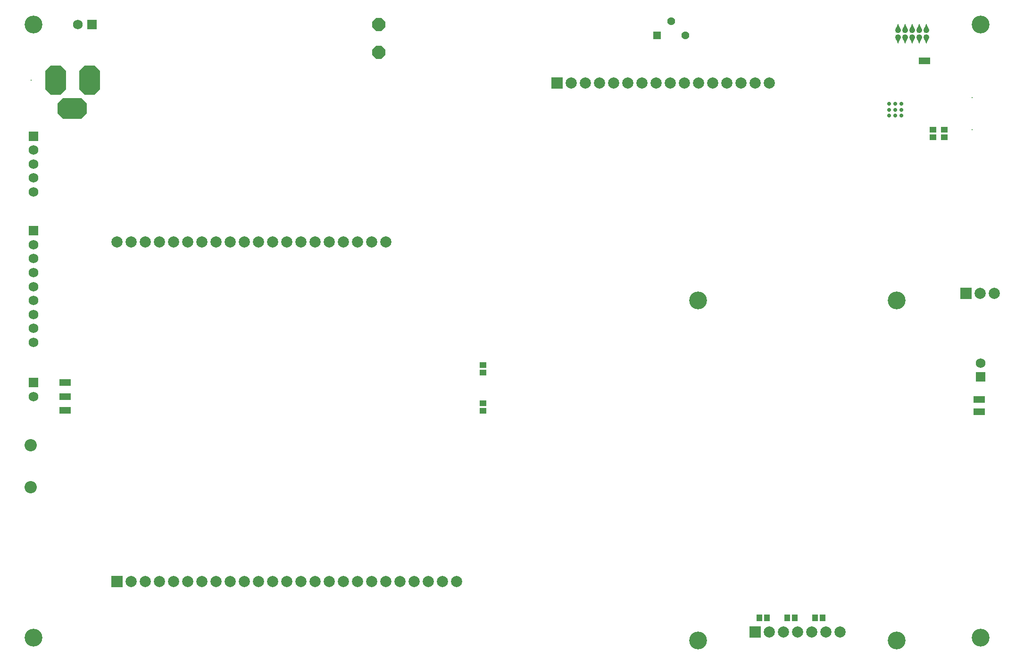
<source format=gbs>
G04*
G04 #@! TF.GenerationSoftware,Altium Limited,Altium Designer,21.4.1 (30)*
G04*
G04 Layer_Color=16711935*
%FSLAX44Y44*%
%MOMM*%
G71*
G04*
G04 #@! TF.SameCoordinates,A141D3DD-4A5E-4641-B441-74F08AAE2887*
G04*
G04*
G04 #@! TF.FilePolarity,Negative*
G04*
G01*
G75*
%ADD70R,1.0532X1.1532*%
%ADD79R,1.2032X1.1032*%
%ADD90C,0.2032*%
%ADD91C,1.0800*%
%ADD92P,2.5569X8X112.5*%
%ADD93C,2.0032*%
%ADD94R,2.0032X2.0032*%
%ADD95R,1.4252X1.4252*%
%ADD96C,1.4252*%
%ADD97R,1.7272X1.7272*%
%ADD98C,1.7272*%
%ADD99C,3.2032*%
%ADD100C,2.2032*%
%ADD101R,1.7272X1.7272*%
G04:AMPARAMS|DCode=102|XSize=5.2032mm|YSize=3.7032mm|CornerRadius=0mm|HoleSize=0mm|Usage=FLASHONLY|Rotation=0.000|XOffset=0mm|YOffset=0mm|HoleType=Round|Shape=Octagon|*
%AMOCTAGOND102*
4,1,8,2.6016,-0.9258,2.6016,0.9258,1.6758,1.8516,-1.6758,1.8516,-2.6016,0.9258,-2.6016,-0.9258,-1.6758,-1.8516,1.6758,-1.8516,2.6016,-0.9258,0.0*
%
%ADD102OCTAGOND102*%

G04:AMPARAMS|DCode=103|XSize=5.2032mm|YSize=3.7032mm|CornerRadius=0mm|HoleSize=0mm|Usage=FLASHONLY|Rotation=270.000|XOffset=0mm|YOffset=0mm|HoleType=Round|Shape=Octagon|*
%AMOCTAGOND103*
4,1,8,-0.9258,-2.6016,0.9258,-2.6016,1.8516,-1.6758,1.8516,1.6758,0.9258,2.6016,-0.9258,2.6016,-1.8516,1.6758,-1.8516,-1.6758,-0.9258,-2.6016,0.0*
%
%ADD103OCTAGOND103*%

%ADD104C,0.7032*%
G36*
X1658332Y1139750D02*
X1647870Y1139750D01*
X1653101Y1151956D01*
X1658332Y1139750D01*
D02*
G37*
G36*
X1645632D02*
X1635170Y1139750D01*
X1640401Y1151956D01*
X1645632Y1139750D01*
D02*
G37*
G36*
X1632932D02*
X1622470Y1139750D01*
X1627701Y1151956D01*
X1632932Y1139750D01*
D02*
G37*
G36*
X1620232D02*
X1609770Y1139750D01*
X1615001Y1151956D01*
X1620232Y1139750D01*
D02*
G37*
G36*
X1607529Y1139749D02*
X1597067Y1139749D01*
X1602298Y1151955D01*
X1607529Y1139749D01*
D02*
G37*
G36*
X1653099Y1115464D02*
X1647868Y1127670D01*
X1658330Y1127670D01*
X1653099Y1115464D01*
D02*
G37*
G36*
X1640399D02*
X1635168Y1127670D01*
X1645630Y1127670D01*
X1640399Y1115464D01*
D02*
G37*
G36*
X1614999D02*
X1609768Y1127670D01*
X1620230Y1127670D01*
X1614999Y1115464D01*
D02*
G37*
G36*
X1602221Y1115464D02*
X1596990Y1127670D01*
X1607452Y1127670D01*
X1602221Y1115464D01*
D02*
G37*
G36*
X1627701Y1115462D02*
X1622470Y1127668D01*
X1632932Y1127668D01*
X1627701Y1115462D01*
D02*
G37*
D70*
X1416500Y85000D02*
D03*
X1403500D02*
D03*
X1366500D02*
D03*
X1353500D02*
D03*
X1466500D02*
D03*
X1453500D02*
D03*
X1742500Y477500D02*
D03*
X1753000D02*
D03*
Y455000D02*
D03*
X1742500D02*
D03*
X1655000Y1085000D02*
D03*
X1644500D02*
D03*
X112500Y457500D02*
D03*
X102000D02*
D03*
Y482500D02*
D03*
X112500D02*
D03*
X102000Y507500D02*
D03*
X112500D02*
D03*
D79*
X1665000Y948250D02*
D03*
Y961750D02*
D03*
X1685000Y948250D02*
D03*
Y961750D02*
D03*
X857369Y525789D02*
D03*
Y539289D02*
D03*
X857500Y456750D02*
D03*
Y470250D02*
D03*
D90*
X1735500Y1018900D02*
D03*
Y961100D02*
D03*
X46312Y1050000D02*
D03*
D91*
X1653100Y1140000D02*
D03*
Y1127300D02*
D03*
X1640400Y1140000D02*
D03*
Y1127300D02*
D03*
X1627700Y1140000D02*
D03*
Y1127300D02*
D03*
X1615000Y1140000D02*
D03*
Y1127300D02*
D03*
X1602300D02*
D03*
Y1140000D02*
D03*
D92*
X670000Y1100000D02*
D03*
Y1150000D02*
D03*
D93*
X1015200Y1045000D02*
D03*
X1370800D02*
D03*
X1345400D02*
D03*
X1320000D02*
D03*
X1294600D02*
D03*
X1269200D02*
D03*
X1243800D02*
D03*
X1218400D02*
D03*
X1193000D02*
D03*
X1167600D02*
D03*
X1142200D02*
D03*
X1116800D02*
D03*
X1091400D02*
D03*
X1066000D02*
D03*
X1040600D02*
D03*
X1749600Y667500D02*
D03*
X1775000D02*
D03*
X809600Y150000D02*
D03*
X784200D02*
D03*
X758800D02*
D03*
X733400D02*
D03*
X708000D02*
D03*
X682600D02*
D03*
X657200D02*
D03*
X631800D02*
D03*
X606400D02*
D03*
X581000D02*
D03*
X555600D02*
D03*
X530200D02*
D03*
X504800D02*
D03*
X479400D02*
D03*
X454000D02*
D03*
X428600D02*
D03*
X403200D02*
D03*
X377800D02*
D03*
X352400D02*
D03*
X327000D02*
D03*
X301600D02*
D03*
X276200D02*
D03*
X250800D02*
D03*
X225400D02*
D03*
X682600Y760000D02*
D03*
X657200D02*
D03*
X631800D02*
D03*
X606400D02*
D03*
X581000D02*
D03*
X555600D02*
D03*
X530200D02*
D03*
X504800D02*
D03*
X479400D02*
D03*
X454000D02*
D03*
X428600D02*
D03*
X403200D02*
D03*
X377800D02*
D03*
X352400D02*
D03*
X327000D02*
D03*
X301600D02*
D03*
X276200D02*
D03*
X250800D02*
D03*
X225400D02*
D03*
X200000D02*
D03*
X1498000Y60000D02*
D03*
X1472600D02*
D03*
X1447200D02*
D03*
X1421800D02*
D03*
X1396400D02*
D03*
X1371000D02*
D03*
D94*
X989800Y1045000D02*
D03*
X1724200Y667500D02*
D03*
X200000Y150000D02*
D03*
X1345600Y60000D02*
D03*
D95*
X1169600Y1130935D02*
D03*
D96*
X1195000Y1156335D02*
D03*
X1220400Y1130935D02*
D03*
D97*
X1750000Y517500D02*
D03*
X50000Y780000D02*
D03*
X50000Y507500D02*
D03*
X50000Y950000D02*
D03*
D98*
X1750000Y542500D02*
D03*
X50000Y580000D02*
D03*
Y655000D02*
D03*
Y680000D02*
D03*
Y730000D02*
D03*
Y755000D02*
D03*
Y705000D02*
D03*
Y630000D02*
D03*
Y605000D02*
D03*
X50000Y482500D02*
D03*
X50000Y850000D02*
D03*
Y900000D02*
D03*
Y925000D02*
D03*
Y875000D02*
D03*
X130000Y1150000D02*
D03*
D99*
X1750000D02*
D03*
X1600000Y45000D02*
D03*
X1243600D02*
D03*
Y655000D02*
D03*
X1600000D02*
D03*
X50000Y50000D02*
D03*
Y1150000D02*
D03*
X1750000Y50000D02*
D03*
D100*
X45000Y395000D02*
D03*
Y320000D02*
D03*
D101*
X155000Y1150000D02*
D03*
D102*
X119972Y999962D02*
D03*
D103*
X90000Y1050000D02*
D03*
X151214D02*
D03*
D104*
X1586500Y1008500D02*
D03*
X1597500D02*
D03*
X1608500D02*
D03*
X1586500Y997500D02*
D03*
X1597500D02*
D03*
X1608500D02*
D03*
X1586500Y986500D02*
D03*
X1597500D02*
D03*
X1608500D02*
D03*
M02*

</source>
